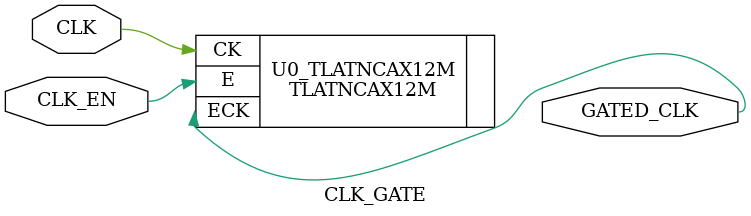
<source format=v>


module CLK_GATE (
input      CLK_EN,
input      CLK,
output     GATED_CLK
);

/*
//internal connections
reg     Latch_Out ;

//latch (Level Sensitive Device)
always @(CLK or CLK_EN)
 begin
  if(!CLK)      // active low
   begin
    Latch_Out <= CLK_EN ;
   end
 end
 
 
// ANDING
assign  GATED_CLK = CLK && Latch_Out ;

*/



TLATNCAX12M U0_TLATNCAX12M (
.E(CLK_EN),
.CK(CLK),
.ECK(GATED_CLK)
);






endmodule

</source>
